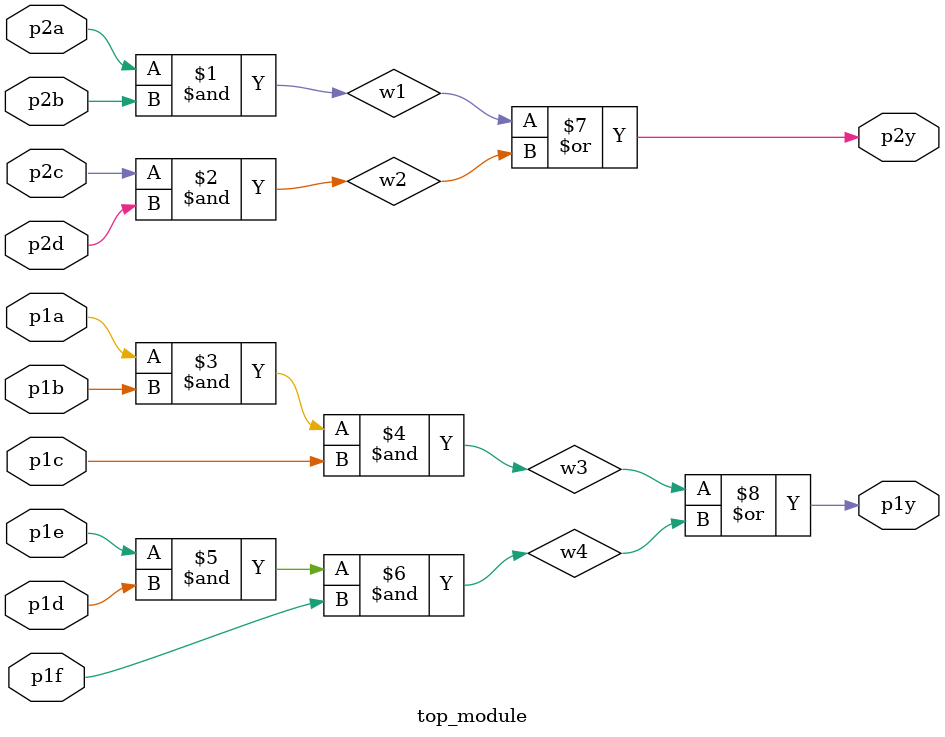
<source format=v>
module top_module ( 
    input p1a, p1b, p1c, p1d, p1e, p1f,
    output p1y,
    input p2a, p2b, p2c, p2d,
    output p2y );
    wire w1,w2,w3,w4;
    and(w1,p2a,p2b);
    and(w2,p2c,p2d);
    and(w3,p1a,p1b,p1c);
    and(w4,p1e,p1d,p1f);
    or(p2y,w1,w2);
    or(p1y,w3,w4);


endmodule

</source>
